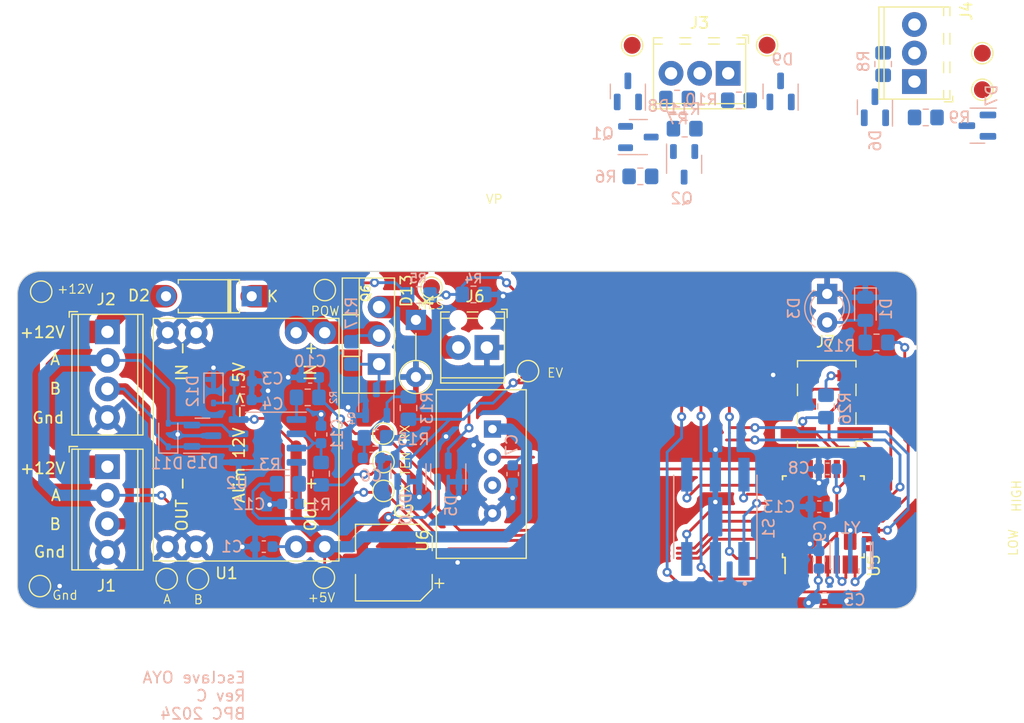
<source format=kicad_pcb>
(kicad_pcb (version 20221018) (generator pcbnew)
  (layers (0 "F.Cu" signal) (31 "B.Cu" signal) (34 "B.Paste" user) (35 "F.Paste" user) (36 "B.SilkS" user "B.Silkscreen") (37 "F.SilkS" user "F.Silkscreen") (38 "B.Mask" user) (39 "F.Mask" user) (44 "Edge.Cuts" user))
  (net 0 "")
  (net 1 "+5V")
  (net 2 "GND")
  (net 3 "A4")
  (net 4 "Net-(Q4-B)")
  (net 5 "RX")
  (net 6 "POWER_12V")
  (net 7 "Net-(D2-A)")
  (net 8 "TX_EN")
  (net 9 "TX")
  (net 10 "POW_MES")
  (net 11 "LVL_HIGH")
  (net 12 "LVL_LOW")
  (net 13 "FLOW")
  (net 14 "Net-(D9-K-Pad3)")
  (net 15 "CMD_EV1")
  (net 16 "Net-(D13-K)")
  (net 17 "BUS_A")
  (net 18 "BUS_B")
  (net 19 "VCC_PROTECTED")
  (net 20 "Net-(J3-Pin_2)")
  (net 21 "Net-(J4-Pin_1)")
  (net 22 "Net-(J4-Pin_2)")
  (net 23 "MISO")
  (net 24 "SCK")
  (net 25 "MOSI")
  (net 26 "RESET")
  (net 27 "Net-(Q1-B)")
  (net 28 "Net-(Q1-E)")
  (net 29 "Net-(Q4-C)")
  (net 30 "Net-(U2-DE)")
  (net 31 "Net-(U2-RO)")
  (net 32 "Net-(U2-DI)")
  (net 33 "A1")
  (net 34 "A2")
  (net 35 "A3")
  (net 36 "TEMP")
  (net 41 "Net-(D1-A)")
  (net 44 "Net-(U5-XTAL2{slash}PB7)")
  (net 45 "Net-(U5-XTAL1{slash}PB6)")
  (net 46 "Net-(U5-AREF)")
  (net 47 "Net-(U5-PB0)")
  (footprint "Package_QFP:TQFP-32_7x7mm_P0.8mm" (layer "F.Cu") (at 121.66 61.83 90)
    (fp_text reference "U5")
    (fp_text value "ATmega328P-A")
  )
  (footprint "Diode_THT:D_A-405_P7.62mm_Horizontal" (layer "F.Cu") (at 70.83 42.21 180)
    (fp_text reference "D2")
    (fp_text value "SR560")
  )
  (footprint "Package_TO_SOT_THT:TO-220-3_Vertical" (layer "F.Cu") (at 82.155 48.25 90)
    (fp_text reference "Q6")
    (fp_text value "BPC_IPP034N03L")
  )
  (footprint "TestPoint:TestPoint_Pad_D1.5mm" (layer "F.Cu") (at 82.54 54.43 -90)
    (fp_text reference "TP1" hide)
    (fp_text value "TestPoint")
  )
  (footprint "TerminalBlock_Phoenix:TerminalBlock_Phoenix_MPT-0,5-4-2.54_1x04_P2.54mm_Horizontal" (layer "F.Cu") (at 58 57.38 -90)
    (fp_text reference "J1")
    (fp_text value "BUS_IN")
  )
  (footprint "TestPoint:TestPoint_Pad_D1.5mm" (layer "F.Cu") (at 63.27 67.37)
    (fp_text reference "TP3" hide)
    (fp_text value "TestPoint")
  )
  (footprint "TerminalBlock_Phoenix:TerminalBlock_Phoenix_MPT-0,5-4-2.54_1x04_P2.54mm_Horizontal" (layer "F.Cu") (at 58 45.38 -90)
    (fp_text reference "J2")
    (fp_text value "BUS_OUT")
  )
  (footprint "Capacitor_SMD:CP_Elec_6.3x5.2" (layer "F.Cu") (at 83.47 65.91 180)
    (fp_text reference "C2")
    (fp_text value "10µF")
  )
  (footprint "TerminalBlock_Phoenix:TerminalBlock_Phoenix_MPT-0,5-3-2.54_1x03_P2.54mm_Horizontal" (layer "F.Cu") (at 129.76 23.11 90)
    (fp_text reference "J4")
    (fp_text value "Niveaux")
  )
  (footprint "TerminalBlock_Phoenix:TerminalBlock_Phoenix_MPT-0,5-3-2.54_1x03_P2.54mm_Horizontal" (layer "F.Cu") (at 113.2 22.37 180)
    (fp_text reference "J3")
    (fp_text value "Débit")
  )
  (footprint "TestPoint:TestPoint_Pad_D1.5mm" (layer "F.Cu") (at 95.4 48.87 90)
    (fp_text reference "TP15" hide)
    (fp_text value "TestPoint")
  )
  (footprint "TestPoint:TestPoint_Pad_D1.5mm" (layer "F.Cu") (at 135.8 20.58 90)
    (fp_text reference "TP12" hide)
    (fp_text value "TestPoint")
  )
  (footprint "TestPoint:TestPoint_Pad_D1.5mm" (layer "F.Cu") (at 82.55 59.53 -90)
    (fp_text reference "TP7" hide)
    (fp_text value "TestPoint")
  )
  (footprint "TestPoint:TestPoint_Pad_D1.5mm" (layer "F.Cu") (at 77.33 41.66 180)
    (fp_text reference "TP5" hide)
    (fp_text value "TestPoint")
  )
  (footprint "TestPoint:TestPoint_Pad_D1.5mm" (layer "F.Cu") (at 66.05 67.37)
    (fp_text reference "TP6" hide)
    (fp_text value "TestPoint")
  )
  (footprint "TestPoint:TestPoint_Pad_D1.5mm" (layer "F.Cu") (at 82.55 56.97 -90)
    (fp_text reference "TP4" hide)
    (fp_text value "TestPoint")
  )
  (footprint "TestPoint:TestPoint_Pad_D1.5mm" (layer "F.Cu") (at 52 68)
    (fp_text reference "TP10" hide)
    (fp_text value "TestPoint")
  )
  (footprint "TestPoint:TestPoint_Pad_D1.5mm" (layer "F.Cu") (at 77.25 67.25 180)
    (fp_text reference "TP8" hide)
    (fp_text value "TestPoint")
  )
  (footprint "TestPoint:TestPoint_Pad_D1.5mm" (layer "F.Cu") (at 104.66 19.88)
    (fp_text reference "TP11" hide)
    (fp_text value "TestPoint")
  )
  (footprint "TestPoint:TestPoint_Pad_D1.5mm" (layer "F.Cu") (at 52.11 41.8)
    (fp_text reference "TP2" hide)
    (fp_text value "TestPoint")
  )
  (footprint "TestPoint:TestPoint_Pad_D1.5mm" (layer "F.Cu") (at 116.66 19.87)
    (fp_text reference "TP14" hide)
    (fp_text value "TestPoint")
  )
  (footprint "bpc:BPC_ISCP_CMS" (layer "F.Cu") (at 121.965 51.81 180)
    (fp_text reference "J7")
    (fp_text value "ISCP")
  )
  (footprint "TerminalBlock_Phoenix:TerminalBlock_Phoenix_MPT-0,5-2-2.54_1x02_P2.54mm_Horizontal" (layer "F.Cu") (at 91.74 46.77 180)
    (fp_text reference "J6")
    (fp_text value "EV1")
  )
  (footprint "TestPoint:TestPoint_Pad_D1.5mm" (layer "F.Cu") (at 86.82 41.44 180)
    (fp_text reference "TP9" hide)
    (fp_text value "TestPoint")
  )
  (footprint "bpc:BPC_Alim5V" (layer "F.Cu") (at 77.32 45.45 -90)
    (fp_text reference "U1")
    (fp_text value "BPC_Alim5V" hide)
  )
  (footprint "Diode_THT:D_A-405_P5.08mm_Vertical_KathodeUp" (layer "F.Cu") (at 85.43 44.315 -90)
    (fp_text reference "D13")
    (fp_text value "D")
  )
  (footprint "bpc:BPC_DHT22" (layer "F.Cu") (at 92.24 54.03)
    (fp_text reference "U6")
    (fp_text value "BPC_DHT22")
  )
  (footprint "TestPoint:TestPoint_Pad_D1.5mm" (layer "F.Cu") (at 135.8 23.83 90)
    (fp_text reference "TP13" hide)
    (fp_text value "TestPoint")
  )
  (footprint "Diode_SMD:D_SOD-323" (layer "B.Cu") (at 63.41 54.5575 90)
    (fp_text reference "D11")
    (fp_text value "SD12_SOD323")
  )
  (footprint "Resistor_SMD:R_0805_2012Metric_Pad1.20x1.40mm_HandSolder" (layer "B.Cu") (at 85.7 42.1 180)
    (fp_text reference "R5")
    (fp_text value "100k")
  )
  (footprint "Package_TO_SOT_SMD:SOT-23" (layer "B.Cu") (at 104.28 23.9825 90)
    (fp_text reference "D8")
    (fp_text value "BAV99")
  )
  (footprint "bpc:BPC_RDS-16S-74385-SMT" (layer "B.Cu") (at 112.06 61.835 90)
    (fp_text reference "S1")
    (fp_text value "RDS-16S-74385-SMT")
  )
  (footprint "bpc:BPC_SOT-23-3" (layer "B.Cu") (at 105.2125 28.043572)
    (fp_text reference "Q1")
    (fp_text value "BPC_FMMT38C")
  )
  (footprint "Resistor_SMD:R_0805_2012Metric_Pad1.20x1.40mm_HandSolder" (layer "B.Cu") (at 108.66 24.62 180)
    (fp_text reference "R7")
    (fp_text value "100")
  )
  (footprint "Resistor_SMD:R_0805_2012Metric_Pad1.20x1.40mm_HandSolder" (layer "B.Cu") (at 84.77 52.16 90)
    (fp_text reference "R13")
    (fp_text value "220")
  )
  (footprint "Resistor_SMD:R_0805_2012Metric_Pad1.20x1.40mm_HandSolder" (layer "B.Cu") (at 114.16 24.78 180)
    (fp_text reference "R10")
    (fp_text value "100")
  )
  (footprint "Package_TO_SOT_SMD:SOT-23" (layer "B.Cu") (at 135.3625 27.03 180)
    (fp_text reference "D7")
    (fp_text value "BAV99")
  )
  (footprint "Package_TO_SOT_SMD:SOT-23" (layer "B.Cu") (at 88.31 57.7825 90)
    (fp_text reference "D5")
    (fp_text value "BAV99")
  )
  (footprint "Capacitor_SMD:C_0603_1608Metric" (layer "B.Cu") (at 81.485 56.6)
    (fp_text reference "C6")
    (fp_text value "100nF")
  )
  (footprint "Capacitor_SMD:C_0603_1608Metric" (layer "B.Cu") (at 94.04 58.035 -90)
    (fp_text reference "C7")
    (fp_text value "1nF")
  )
  (footprint "bpc:BPC_SOT-23-3" (layer "B.Cu") (at 81.91 51.6725 90)
    (fp_text reference "Q4")
    (fp_text value "BPC_FMMT38C")
  )
  (footprint "Package_TO_SOT_SMD:SOT-23" (layer "B.Cu") (at 66.4475 54.62)
    (fp_text reference "D15")
    (fp_text value "SM712_SOT23")
  )
  (footprint "Package_TO_SOT_SMD:SOT-23" (layer "B.Cu") (at 84.77 57.7675 90)
    (fp_text reference "D10")
    (fp_text value "BAV99")
  )
  (footprint "LED_SMD:LED_0805_2012Metric_Pad1.15x1.40mm_HandSolder" (layer "B.Cu") (at 125.4 43.3325 -90)
    (fp_text reference "D1")
    (fp_text value "LED")
  )
  (footprint "Package_TO_SOT_SMD:SOT-23" (layer "B.Cu") (at 126.25 25.3925 90)
    (fp_text reference "D6")
    (fp_text value "BAV99")
  )
  (footprint "Resistor_SMD:R_0805_2012Metric_Pad1.20x1.40mm_HandSolder" (layer "B.Cu") (at 75.81 51.21 180)
    (fp_text reference "R2")
    (fp_text value "100")
  )
  (footprint "Resistor_SMD:R_0805_2012Metric_Pad1.20x1.40mm_HandSolder" (layer "B.Cu") (at 74.05 58.9)
    (fp_text reference "R3")
    (fp_text value "100")
  )
  (footprint "LED_THT:LED_D3.0mm_FlatTop" (layer "B.Cu") (at 122 42 -90)
    (fp_text reference "D3")
    (fp_text value "LED")
  )
  (footprint "Package_TO_SOT_SMD:SOT-23" (layer "B.Cu") (at 117.86 23.9825 90)
    (fp_text reference "D9")
    (fp_text value "BAV99")
  )
  (footprint "Capacitor_SMD:C_0603_1608Metric" (layer "B.Cu") (at 76.03 49.43 180)
    (fp_text reference "C10")
    (fp_text value "1nF")
  )
  (footprint "Capacitor_SMD:C_0603_1608Metric" (layer "B.Cu") (at 122.035 57.57)
    (fp_text reference "C8")
    (fp_text value "1nF")
  )
  (footprint "Capacitor_SMD:C_0603_1608Metric" (layer "B.Cu") (at 121.275 65.665 -90)
    (fp_text reference "C9")
    (fp_text value "100nF")
  )
  (footprint "Resistor_SMD:R_0805_2012Metric_Pad1.20x1.40mm_HandSolder" (layer "B.Cu") (at 81.84 54.81)
    (fp_text reference "R15")
    (fp_text value "100k")
  )
  (footprint "Capacitor_SMD:C_0603_1608Metric" (layer "B.Cu") (at 77 54.51 90)
    (fp_text reference "C11")
    (fp_text value "1nF")
  )
  (footprint "Capacitor_SMD:C_0603_1608Metric" (layer "B.Cu") (at 74.31 60.69 180)
    (fp_text reference "C12")
    (fp_text value "1nF")
  )
  (footprint "Capacitor_SMD:C_0603_1608Metric" (layer "B.Cu") (at 70.05 51.43)
    (fp_text reference "C4")
    (fp_text value "1nF")
  )
  (footprint "Capacitor_SMD:C_0603_1608Metric" (layer "B.Cu") (at 70.07 49.76)
    (fp_text reference "C3")
    (fp_text value "100nF")
  )
  (footprint "Resistor_SMD:R_0805_2012Metric_Pad1.20x1.40mm_HandSolder" (layer "B.Cu") (at 90.55 42.05 180)
    (fp_text reference "R4")
    (fp_text value "40k")
  )
  (footprint "bpc:BPC_SOT-23-3" (layer "B.Cu") (at 109.28 30.471072 -90)
    (fp_text reference "Q2")
    (fp_text value "BPC_FMMT38C")
  )
  (footprint "Resistor_SMD:R_0805_2012Metric_Pad1.20x1.40mm_HandSolder" (layer "B.Cu") (at 79.73 47.26 -90)
    (fp_text reference "R17")
    (fp_text value "100k")
  )
  (footprint "Resistor_SMD:R_0805_2012Metric_Pad1.20x1.40mm_HandSolder" (layer "B.Cu") (at 77 58 90)
    (fp_text reference "R1")
    (fp_text value "100")
  )
  (footprint "Resistor_SMD:R_0805_2012Metric_Pad1.20x1.40mm_HandSolder" (layer "B.Cu") (at 109.33 27.295)
    (fp_text reference "R11")
    (fp_text value "0.1")
  )
  (footprint "Resistor_SMD:R_0805_2012Metric_Pad1.20x1.40mm_HandSolder" (layer "B.Cu") (at 126.39 46.32 180)
    (fp_text reference "R12")
    (fp_text value "220")
  )
  (footprint "Resistor_SMD:R_0805_2012Metric_Pad1.20x1.40mm_HandSolder" (layer "B.Cu") (at 105.39 31.543572 180)
    (fp_text reference "R6")
    (fp_text value "100k")
  )
  (footprint "Diode_SMD:D_SOD-323" (layer "B.Cu") (at 67.43 50.66 -90)
    (fp_text reference "D12")
    (fp_text value "SD12_SOD323")
  )
  (footprint "Resistor_SMD:R_0805_2012Metric_Pad1.20x1.40mm_HandSolder" (layer "B.Cu") (at 130.77 26.3)
    (fp_text reference "R9")
    (fp_text value "100")
  )
  (footprint "Capacitor_SMD:C_0603_1608Metric" (layer "B.Cu") (at 121.77 69.115 180)
    (fp_text reference "C5")
    (fp_text value "100nF")
  )
  (footprint "Resistor_SMD:R_0805_2012Metric_Pad1.20x1.40mm_HandSolder" (layer "B.Cu") (at 126.98 21.55 -90)
    (fp_text reference "R8")
    (fp_text value "100")
  )
  (footprint "Resistor_SMD:R_0805_2012Metric_Pad1.20x1.40mm_HandSolder" (layer "B.Cu") (at 121.9 52.015 -90)
    (fp_text reference "R26")
    (fp_text value "1k")
  )
  (footprint "Crystal:Resonator_SMD_Murata_CSTxExxV-3Pin_3.0x1.1mm_HandSoldering" (layer "B.Cu") (at 124.06 65.28 180)
    (fp_text reference "Y1")
    (fp_text value "Resonator")
  )
  (footprint "Capacitor_SMD:C_0603_1608Metric" (layer "B.Cu") (at 121.295 60.935)
    (fp_text reference "C13")
    (fp_text value "100nF")
  )
  (footprint "Package_SO:SO-8_3.9x4.9mm_P1.27mm" (layer "B.Cu") (at 72.235 55.085 180)
    (fp_text reference "U2")
    (fp_text value "MAX485E")
  )
  (footprint "Capacitor_SMD:C_0603_1608Metric" (layer "B.Cu") (at 71.905 64.49 180)
    (fp_text reference "C1")
    (fp_text value "1nF")
  )
  (gr_line locked (start 130 68) (end 130 42) (stroke (width 0.1)) (layer "Edge.Cuts"))
  (gr_arc locked (start 130 68) (mid 129.414214 69.414214) (end 128 70) (stroke (width 0.1)) (layer "Edge.Cuts"))
  (gr_arc locked (start 52 70) (mid 50.585786 69.414214) (end 50 68) (stroke (width 0.1)) (layer "Edge.Cuts"))
  (gr_arc locked (start 50 42) (mid 50.585786 40.585786) (end 52 40) (stroke (width 0.1)) (layer "Edge.Cuts"))
  (gr_line locked (start 128 40) (end 52 40) (stroke (width 0.1)) (layer "Edge.Cuts"))
  (gr_line locked (start 52 70) (end 128 70) (stroke (width 0.1)) (layer "Edge.Cuts"))
  (gr_line locked (start 50 42) (end 50 68) (stroke (width 0.1)) (layer "Edge.Cuts"))
  (gr_arc locked (start 128 40) (mid 129.414214 40.585786) (end 130 42) (stroke (width 0.1)) (layer "Edge.Cuts"))
  (gr_text "Esclave OYA\nRev C\nBPC 2024" (at 70.37 79.95) (layer "B.SilkS") (effects (font (size 1 1)) (justify left bottom mirror)))
  (gr_text "Gnd" (at 51.36 65.54) (layer "F.SilkS") (effects (font (size 1 1)) (justify left bottom)))
  (gr_text "TX" (at 84.95 60.38 90) (layer "F.SilkS") (effects (font (size 0.8 0.8) (thickness 0.1)) (justify left bottom)))
  (gr_text "B" (at 52.76 63.08) (layer "F.SilkS") (effects (font (size 1 1)) (justify left bottom)))
  (gr_text "Gnd" (at 51.24 53.61) (layer "F.SilkS") (effects (font (size 1 1)) (justify left bottom)))
  (gr_text "POW" (at 76.02 44) (layer "F.SilkS") (effects (font (size 0.8 0.8) (thickness 0.1)) (justify left bottom)))
  (gr_text "HIGH" (at 139.32 61.48 90) (layer "F.SilkS") (effects (font (size 0.8 0.8) (thickness 0.1) bold) (justify left bottom)))
  (gr_text "+12V" (at 50.14 58.11) (layer "F.SilkS") (effects (font (size 1 1)) (justify left bottom)))
  (gr_text "LOW" (at 139.02 65.39 90) (layer "F.SilkS") (effects (font (size 0.8 0.8) (thickness 0.1) bold) (justify left bottom)))
  (gr_text "TEN" (at 84.97 58.27 90) (layer "F.SilkS") (effects (font (size 0.8 0.8) (thickness 0.1)) (justify left bottom)))
  (gr_text "Gnd" (at 53.04 69.28) (layer "F.SilkS") (effects (font (size 0.8 0.8) (thickness 0.1) bold) (justify left bottom)))
  (gr_text "A" (at 62.9 69.64) (layer "F.SilkS") (effects (font (size 0.8 0.8) (thickness 0.1) bold) (justify left bottom)))
  (gr_text "A" (at 52.89 60.51) (layer "F.SilkS") (effects (font (size 1 1)) (justify left bottom)))
  (gr_text "VP" (at 91.59 34.04) (layer "F.SilkS") (effects (font (size 0.8 0.8) (thickness 0.1) bold) (justify left bottom)))
  (gr_text "+12V" (at 50.12 46) (layer "F.SilkS") (effects (font (size 1 1)) (justify left bottom)))
  (gr_text "MES" (at 85.48 43.43) (layer "F.SilkS") (effects (font (size 0.8 0.8) (thickness 0.1)) (justify left bottom)))
  (gr_text "B" (at 52.77 51.02) (layer "F.SilkS") (effects (font (size 1 1)) (justify left bottom)))
  (gr_text "+5V" (at 75.75 69.5) (layer "F.SilkS") (effects (font (size 0.8 0.8) (thickness 0.1)) (justify left bottom)))
  (gr_text "+12V" (at 53.47 42.04) (layer "F.SilkS") (effects (font (size 0.8 0.8) (thickness 0.1) bold) (justify left bottom)))
  (gr_text "EV" (at 97.05 49.5) (layer "F.SilkS") (effects (font (size 0.8 0.8) (thickness 0.1)) (justify left bottom)))
  (gr_text "B" (at 65.62 69.67) (layer "F.SilkS") (effects (font (size 0.8 0.8) (thickness 0.1)) (justify left bottom)))
  (gr_text "A" (at 52.82 48.41) (layer "F.SilkS") (effects (font (size 1 1)) (justify left bottom)))
  (gr_text "RX" (at 84.93 55.27 90) (layer "F.SilkS") (effects (font (size 0.8 0.8) (thickness 0.1)) (justify left bottom)))
  (segment (start 123.28 56.13) (end 122.74 56.13) (width 0.25) (layer "F.Cu") (net 1))
  (segment (start 80.67 65.91) (end 78.73 65.91) (width 1) (layer "F.Cu") (net 1))
  (segment (start 80.67 64.21) (end 82.99 61.89) (width 1) (layer "F.Cu") (net 1))
  (segment (start 121.215 66.125) (end 121.26 66.08) (width 0.25) (layer "F.Cu") (net 1))
  (segment (start 119.83 53.96) (end 119.44 54.35) (width 0.25) (layer "F.Cu") (net 1))
  (segment (start 72.29 53.08) (end 71.15 53.08) (width 0.25) (layer "F.Cu") (net 1))
  (segment (start 122.86 63.42) (end 122.86 66.08) (width 0.25) (layer "F.Cu") (net 1))
  (segment (start 121.26 66.08) (end 121.26 65.03) (width 0.25) (layer "F.Cu") (net 1))
  (segment (start 74.78 61.96) (end 77.32 64.5) (width 1) (layer "F.Cu") (net 1))
  (segment (start 120.34 69.14) (end 109.28 69.14) (width 0.25) (layer "F.Cu") (net 1))
  (segment (start 123.66 58.63) (end 122.86 59.43) (width 0.25) (layer "F.Cu") (net 1))
  (segment (start 77.32 64.5) (end 77.32 67.18) (width 0.25) (layer "F.Cu") (net 1))
  (segment (start 122.86 63.43) (end 122.86 63.42) (width 0.25) (layer "F.Cu") (net 1))
  (segment (start 74.78 55.54) (end 74.78 61.96) (width 1) (layer "F.Cu") (net 1))
  (segment (start 80.67 66.64) (end 80.67 65.91) (width 1) (layer "F.Cu") (net 1))
  (segment (start 83.53 69.5) (end 80.67 66.64) (width 1) (layer "F.Cu") (net 1))
  (segment (start 122.86 59.43) (end 122.86 63.42) (width 0.25) (layer "F.Cu") (net 1))
  (segment (start 120.35 69.5) (end 83.53 69.5) (width 1) (layer "F.Cu") (net 1))
  (segment (start 74.78 64.5) (end 77.32 64.5) (width 1) (layer "F.Cu") (net 1))
  (segment (start 77.32 67.18) (end 77.25 67.25) (width 0.25) (layer "F.Cu") (net 1))
  (segment (start 71.15 53.08) (end 71.06 53.17) (width 0.25) (layer "F.Cu") (net 1))
  (segment (start 123.66 57.58) (end 123.66 56.51) (width 0.25) (layer "F.Cu") (net 1))
  (segment (start 120.96 54.35) (end 119.44 54.35) (width 0.25) (layer "F.Cu") (net 1))
  (segment (start 121.26 65.03) (end 122.86 63.43) (width 0.25) (layer "F.Cu") (net 1))
  (segment (start 123.66 57.58) (end 123.66 58.63) (width 0.25) (layer "F.Cu") (net 1))
  (segment (start 74.78 55.54) (end 74.75 55.54) (width 0.25) (layer "F.Cu") (net 1))
  (segment (start 121.215 67.49) (end 121.215 66.125) (width 0.25) (layer "F.Cu") (net 1))
  (segment (start 78.73 65.91) (end 77.32 64.5) (width 1) (layer "F.Cu") (net 1))
  (segment (start 123.66 56.51) (end 123.28 56.13) (width 0.25) (layer "F.Cu") (net 1))
  (segment (start 119.83 53.34) (end 119.83 53.96) (width 0.25) (layer "F.Cu") (net 1))
  (segment (start 122.74 56.13) (end 120.96 54.35) (width 0.25) (layer "F.Cu") (net 1))
  (segment (start 80.67 65.91) (end 80.67 64.21) (width 1) (layer "F.Cu") (net 1))
  (segment (start 74.75 55.54) (end 72.29 53.08) (width 0.25) (layer "F.Cu") (net 1))
  (via (at 71.06 53.17) (size 0.8) (drill 0.4) (layers "F.Cu" "B.Cu") (net 1))
  (via (at 82.99 61.89) (size 0.8) (drill 0.4) (layers "F.Cu" "B.Cu") (net 1))
  (via (at 122.86 59.43) (size 0.8) (drill 0.4) (layers "F.Cu" "B.Cu") (net 1))
  (via (at 120.35 69.5) (size 1) (drill 0.4) (layers "F.Cu" "B.Cu") (net 1))
  (via (at 119.83 53.34) (size 0.8) (drill 0.4) (layers "F.Cu" "B.Cu") (net 1))
  (via (at 121.215 67.49) (size 0.8) (drill 0.4) (layers "F.Cu" "B.Cu") (net 1))
  (segment (start 72.68 64.49) (end 74.77 64.49) (width 0.25) (layer "B.Cu") (net 1))
  (segment (start 69.275 49.78) (end 69.295 49.76) (width 0.25) (layer "B.Cu") (net 1))
  (segment (start 69.66 53.16) (end 69.25 52.75) (width 0.25) (layer "B.Cu") (net 1))
  (segment (start 121.275 67.43) (end 121.215 67.49) (width 0.25) (layer "B.Cu") (net 1))
  (segment (start 82.99 61.89) (end 86.21 61.89) (width 0.25) (layer "B.Cu") (net 1))
  (segment (start 120.995 68.505) (end 121.215 68.285) (width 0.25) (layer "B.Cu") (net 1))
  (segment (start 121.215 68.285) (end 121.215 67.49) (width 0.25) (layer "B.Cu") (net 1))
  (segment (start 122.81 59.38) (end 122.86 59.43) (width 0.25) (layer "B.Cu") (net 1))
  (segment (start 120.995 69.115) (end 120.995 68.505) (width 0.25) (layer "B.Cu") (net 1))
  (segment (start 121.22 67.495) (end 121.215 67.49) (width 0.25) (layer "B.Cu") (net 1))
  (segment (start 120.155 53.015) (end 119.83 53.34) (width 0.25) (layer "B.Cu") (net 1))
  (segment (start 67.43 51.71) (end 68.995 51.71) (width 0.25) (layer "B.Cu") (net 1))
  (segment (start 69.66 53.18) (end 69.66 53.16) (width 0.25) (layer "B.Cu") (net 1))
  (segment (start 93.41 63.62) (end 80.62 63.62) (width 1) (layer "B.Cu") (net 1))
  (segment (start 86.21 61.89) (end 87.36 60.74) (width 0.25) (layer "B.Cu") (net 1))
  (segment (start 80.62 63.62) (end 79.74 64.5) (width 1) (layer "B.Cu") (net 1))
  (segment (start 92.24 54.03) (end 93.79 54.03) (width 1) (layer "B.Cu") (net 1))
  (segment (start 95.27 55.51) (end 95.27 61.76) (width 1) (layer "B.Cu") (net 1))
  (segment (start 122.81 57.57) (end 122.81 59.38) (width 0.25) (layer "B.Cu") (net 1))
  (segment (start 83.82 61.06) (end 82.99 61.89) (width 0.25) (layer "B.Cu") (net 1))
  (segment (start 74.77 64.49) (end 74.78 64.5) (width 0.25) (layer "B.Cu") (net 1))
  (segment (start 120.995 69.115) (end 120.735 69.115) (width 1) (layer "B.Cu") (net 1))
  (segment (start 69.25 52.75) (end 69.25 51.455) (width 0.25) (layer "B.Cu") (net 1))
  (segment (start 69.25 51.455) (end 69.275 51.43) (width 0.25) (layer "B.Cu") (net 1))
  (segment (start 71.06 53.17) (end 69.67 53.17) (width 0.25) (layer "B.Cu") (net 1))
  (segment (start 79.74 64.5) (end 77.32 64.5) (width 1) (layer "B.Cu") (net 1))
  (segment (start 94.04 57.26) (end 95.27 56.03) (width 0.25) (layer "B.Cu") (net 1))
  (segment (start 69.275 51.43) (end 69.275 49.78) (width 0.25) (layer "B.Cu") (net 1))
  (segment (start 68.995 51.71) (end 69.275 51.43) (width 0.25) (layer "B.Cu") (net 1))
  (segment (start 69.67 53.17) (end 69.66 53.18) (width 0.25) (layer "B.Cu") (net 1))
  (segment (start 120.735 69.115) (end 120.35 69.5) (width 1) (layer "B.Cu") (net 1))
  (segment (start 83.82 58.705) (end 83.82 61.06) (width 0.25) (layer "B.Cu") (net 1))
  (segment (start 121.9 53.015) (end 120.155 53.015) (width 0.25) (layer "B.Cu") (net 1))
  (segment (start 93.79 54.03) (end 95.27 55.51) (width 1) (layer "B.Cu") (net 1))
  (segment (start 95.27 61.76) (end 93.41 63.62) (width 1) (layer "B.Cu") (net 1))
  (segment (start 87.36 60.74) (end 87.36 58.72) (width 0.25) (layer "B.Cu") (net 1))
  (segment (start 121.275 66.44) (end 121.275 67.43) (width 0.25) (layer "B.Cu") (net 1))
  (segment (start 95.27 56.03) (end 95.27 55.51) (width 0.25) (layer "B.Cu") (net 1))
  (segment (start 52 68) (end 53.75 68) (width 0.25) (layer "F.Cu") (net 2))
  (segment (start 122.06 66.08) (end 122.06 67.367204) (width 0.25) (layer "F.Cu") (net 2))
  (segment (start 120.46 64.255) (end 120.465 64.25) (width 0.25) (layer "F.Cu") (net 2))
  (segment (start 119.44 49.27) (end 117.26 49.27) (width 0.25) (layer "F.Cu") (net 2))
  (segment (start 121.275 57.595) (end 121.26 57.58) (width 0.25) (layer "F.Cu") (net 2))
  (segment (start 89.13 65.91) (end 89.14 65.9) (width 1) (layer "F.Cu") (net 2))
  (segment (start 117.26 49.27) (end 117.2 49.21) (width 0.25) (layer "F.Cu") (net 2))
  (segment (start 120.46 66.08) (end 120.46 64.255) (width 0.25) (layer "F.Cu") (net 2))
  (segment (start 86.27 65.91) (end 89.13 65.91) (width 1) (layer "F.Cu") (net 2))
  (segment (start 121.275 58.83) (end 121.275 57.595) (width 0.25) (layer "F.Cu") (net 2))
  (segment (start 122.06 67.367204) (end 122.214015 67.521219) (width 0.25) (layer "F.Cu") (net 2))
  (via (at 77 52.72) (size 0.8) (drill 0.4) (layers "F.Cu" "B.Cu") (net 2))
  (via (at 72.28 50.62) (size 0.8) (drill 0.4) (layers "F.Cu" "B.Cu") (net 2))
  (via (at 72.42 60.76) (size 0.8) (drill 0.4) (layers "F.Cu" "B.Cu") (net 2))
  (via (at 53.75 68) (size 0.8) (drill 0.4) (layers "F.Cu" "B.Cu") (net 2))
  (via (at 122.214015 67.521219) (size 0.8) (drill 0.4) (layers "F.Cu" "B.Cu") (net 2))
  (via (at 89.25 60.17) (size 0.8) (drill 0.4) (layers "F.Cu" "B.Cu") (net 2))
  (via (at 67.43 48.57) (size 0.8) (drill 0.4) (layers "F.Cu" "B.Cu") (net 2))
  (via (at 88.11 54.69) (size 0.8) (drill 0.4) (layers "F.Cu" "B.Cu") (net 2))
  (via (at 79.4 52.09) (size 0.8) (drill 0.4) (layers "F.Cu" "B.Cu") (net 2))
  (via (at 94.03 60.16) (size 0.8) (drill 0.4) (layers "F.Cu" "B.Cu") (net 2))
  (via (at 112.07 55.86) (size 0.8) (drill 0.4) (layers "F.Cu" "B.Cu") (net 2))
  (via (at 124.055 63.04) (size 0.8) (drill 0.4) (layers "F.Cu" "B.Cu") (net 2))
  (via (at 93.18 42.2) (size 0.8) (drill 0.4) (layers "F.Cu" "B.Cu") (net 2))
  (via (at 120.465 64.25) (size 0.8) (drill 0.4) (layers "F.Cu" "B.Cu") (net 2))
  (via (at 117.2 49.21) (size 0.8) (drill 0.4) (layers "F.Cu" "B.Cu") (net 2))
  (via (at 123.72 69.32) (size 1) (drill 0.4) (layers "F.Cu" "B.Cu") (net 2))
  (via (at 90.58 55.47) (size 0.8) (drill 0.4) (layers "F.Cu" "B.Cu") (net 2))
  (via (at 112.06 60.52) (size 0.8) (drill 0.4) (layers "F.Cu" "B.Cu") (net 2))
  (via (at 89.14 65.9) (size 1.5) (drill 0.4) (layers "F.Cu" "B.Cu") (net 2))
  (via (at 85.73 60.08) (size 0.8) (drill 0.4) (layers "F.Cu" "B.Cu") (net 2))
  (via (at 74.07 49.43) (size 0.8) (drill 0.4) (layers "F.Cu" "B.Cu") (net 2))
  (via (at 64.25 54.5) (size 0.8) (drill 0.4) (layers "F.Cu" "B.Cu") (net 2))
  (via (at 84.43 55.1) (size 0.8) (drill 0.4) (layers "F.Cu" "B.Cu") (net 2))
  (via (at 121.275 58.83) (size 0.8) (drill 0.4) (layers "F.Cu" "B.Cu") (net 2))
  (via (at 69.99 64.51) (size 0.8) (drill 0.4) (layers "F.Cu" "B.Cu") (net 2))
  (segment (start 93.03 42.05) (end 93.18 42.2) (width 0.25) (layer "B.Cu") (net 2))
  (segment (start 82.26 55.39) (end 82.84 54.81) (width 0.25) (layer "B.Cu") (net 2))
  (segment (start 75.255 49.43) (end 74.07 49.43) (width 0.25) (layer "B.Cu") (net 2))
  (segment (start 85.72 58.705) (end 85.72 60.07) (width 0.25) (layer "B.Cu") (net 2))
  (segment (start 89.26 58.72) (end 89.26 60.16) (width 0.25) (layer "B.Cu") (net 2))
  (segment (start 70.825 51.43) (end 71.47 51.43) (width 0.25) (layer "B.Cu") (net 2))
  (segment (start 94.04 60.15) (end 94.03 60.16) (width 0.25) (layer "B.Cu") (net 2))
  (segment (start 80.96 52.81) (end 80.12 52.81) (width 0.25) (layer "B.Cu") (net 2))
  (segment (start 112.06 58.085) (end 112.06 55.87) (width 0.25) (layer "B.Cu") (net 2))
  (segment (start 124.06 63.045) (end 124.055 63.04) (width 0.25) (layer "B.Cu") (net 2))
  (segment (start 67.43 49.61) (end 67.43 48.57) (width 0.25) (layer "B.Cu") (net 2))
  (segment (start 124.06 65.28) (end 124.06 63.045) (width 0.25) (layer "B.Cu") (net 2))
  (segment (start 70.01 64.49) (end 69.99 64.51) (width 0.25) (layer "B.Cu") (net 2))
  (segment (start 112.06 60.52) (end 112.06 58.085) (width 0.25) (layer "B.Cu") (net 2))
  (segment (start 70.845 49.76) (end 71.42 49.76) (width 0.25) (layer "B.Cu") (net 2))
  (segment (start 123.515 69.115) (end 123.72 69.32) (width 1) (layer "B.Cu") (net 2))
  (segment (start 80.12 52.81) (end 79.4 52.09) (width 0.25) (layer "B.Cu") (net 2))
  (segment (start 84.14 54.81) (end 84.43 55.1) (width 0.25) (layer "B.Cu") (net 2))
  (segment (start 82.84 54.81) (end 84.14 54.81) (width 0.25) (layer "B.Cu") (net 2))
  (segment (start 71.42 49.76) (end 72.28 50.62) (width 0.25) (layer "B.Cu") (net 2))
  (segment (start 121.26 57.57) (end 121.26 58.815) (width 0.25) (layer "B.Cu") (net 2))
  (segment (start 71.13 64.49) (end 70.01 64.49) (width 0.25) (layer "B.Cu") (net 2))
  (segment (start 82.26 56.6) (end 82.26 55.39) (width 0.25) (layer "B.Cu") (net 2))
  (segment (start 121.26 58.815) (end 121.275 58.83) (width 0.25) (layer "B.Cu") (net 2))
  (segment (start 73.535 60.69) (end 72.49 60.69) (width 0.25) (layer "B.Cu") (net 2))
  (segment (start 72.49 60.69) (end 72.42 60.76) (width 0.25) (layer "B.Cu") (net 2))
  (segment (start 77 53.735) (end 77 52.72) (width 0.25) (layer "B.Cu") (net 2))
  (segment (start 112.06 65.585) (end 112.06 60.52) (width 0.25) (layer "B.Cu") (net 2))
  (segment (start 71.47 51.43) (end 72.28 50.62) (width 0.25) (layer "B.Cu") (net 2))
  (segment (start 112.06 55.87) (end 112.07 55.86) (width 0.25) (layer "B.Cu") (net 2))
  (segment (start 67.385 54.62) (end 64.37 54.62) (width 0.25) (layer "B.Cu") (net 2))
  (segment (start 94.04 58.81) (end 94.04 60.15) (width 0.25) (layer "B.Cu") (net 2))
  (segment (start 64.37 54.62) (end 64.25 54.5) (width 0.25) (layer "B.Cu") (net 2))
  (segment (start 85.72 60.07) (end 85.73 60.08) (width 0.25) (layer "B.Cu") (net 2))
  (segment (start 122.545 69.115) (end 123.515 69.115) (width 1) (layer "B.Cu") (net 2))
  (segment (start 91.55 42.05) (end 93.03 42.05) (width 0.25) (layer "B.Cu") (net 2))
  (segment (start 89.26 60.16) (end 89.25 60.17) (width 0.25) (layer "B.Cu") (net 2))
  (segment (start 114.905 59.83) (end 114.57 60.165) (width 0.25) (layer "F.Cu") (net 3))
  (segment (start 117.41 59.83) (end 114.905 59.83) (width 0.25) (layer "F.Cu") (net 3))
  (via (at 114.57 60.165) (size 0.8) (drill 0.4) (layers "F.Cu" "B.Cu") (net 3))
  (segment (start 114.57 58.115) (end 114.6 58.085) (width 0.25) (layer "B.Cu") (net 3))
  (segment (start 114.57 60.165) (end 114.57 58.115) (width 0.25) (layer "B.Cu") (net 3))
  (segment (start 80.84 54.81) (end 82.84 52.81) (width 0.25) (layer "B.Cu") (net 4))
  (segment (start 84.77 51.16) (end 83.39 51.16) (width 0.25) (layer "B.Cu") (net 4))
  (segment (start 80.84 54.81) (end 80.84 56.47) (width 0.25) (layer "B.Cu") (net 4))
  (segment (start 83.39 51.16) (end 82.86 51.69) (width 0.25) (layer "B.Cu") (net 4))
  (segment (start 80.84 56.47) (end 80.71 56.6) (width 0.25) (layer "B.Cu") (net 4))
  (segment (start 82.84 52.81) (end 82.86 52.81) (width 0.25) (layer "B.Cu") (net 4))
  (segment (start 82.86 51.69) (end 82.86 52.81) (width 0.25) (layer "B.Cu") (net 4))
  (segment (start 87.43 59.32) (end 82.54 54.43) (width 0.25) (layer "F.Cu") (net 5))
  (segment (start 112.421396 63.03) (end 110.376396 65.075) (width 0.25) (layer "F.Cu") (net 5))
  (segment (start 87.43 61.15) (end 87.43 59.32) (width 0.25) (layer "F.Cu") (net 5))
  (segment (start 110.376396 65.075) (end 108.66 65.075) (width 0.25) (layer "F.Cu") (net 5))
  (segment (start 89.32 63.04) (end 87.43 61.15) (width 0.25) (layer "F.Cu") (net 5))
  (segment (start 95.73 63.04) (end 89.32 63.04) (width 0.25) (layer "F.Cu") (net 5))
  (segment (start 80.03 54.43) (end 82.54 54.43) (width 0.25) (layer "F.Cu") (net 5))
  (segment (start 78.73 53.13) (end 80.03 54.43) (width 0.25) (layer "F.Cu") (net 5))
  (segment (start 117.41 63.03) (end 112.421396 63.03) (width 0.25) (layer "F.Cu") (net 5))
  (via (at 78.73 53.13) (size 0.8) (drill 0.4) (layers "F.Cu" "B.Cu") (net 5))
  (segment (start 76.82 51.21) (end 78.07 52.46) (width 0.25) (layer "B.Cu") (net 5))
  (segment (start 78.07 52.46) (end 78.73 53.12) (width 0.25) (layer "B.Cu") (net 5))
  (segment (start 76.805 49.43) (end 76.805 51.205) (width 0.25) (layer "B.Cu") (net 5))
  (segment (start 76.805 51.205) (end 76.81 51.21) (width 0.25) (layer "B.Cu") (net 5))
  (segment (start 78.73 53.12) (end 78.73 53.13) (width 0.25) (layer "B.Cu") (net 5))
  (segment (start 76.81 51.21) (end 76.82 51.21) (width 0.25) (layer "B.Cu") (net 5))
  (segment (start 79.63 41.66) (end 80.27 41.02) (width 0.25) (layer "F.Cu") (net 6))
  (segment (start 75.47 43.52) (end 75.39 43.52) (width 0.25) (layer "F.Cu") (net 6))
  (segment (start 77.32 45.45) (end 81.895 45.45) (width 2) (layer "F.Cu") (net 6))
  (segment (start 74.78 45.45) (end 74.78 42.91) (width 2) (layer "F.Cu") (net 6))
  (segment (start 74.79 42.92) (end 75.39 43.52) (width 2) (layer "F.Cu") (net 6))
  (segment (start 77.33 41.66) (end 79.63 41.66) (width 0.25) (layer "F.Cu") (net 6))
  (segment (start 81.895 45.45) (end 82.155 45.71) (width 2) (layer "F.Cu") (net 6))
  (segment (start 80.27 41.02) (end 81.73 41.02) (width 0.25) (layer "F.Cu") (net 6))
  (segment (start 81.73 41.02) (end 81.75 41) (width 0.25) (layer "F.Cu") (net 6))
  (segment (start 74.08 42.21) (end 75.39 43.52) (width 2) (layer "F.Cu") (net 6))
  (segment (start 74.78 42.91) (end 74.08 42.21) (width 2) (layer "F.Cu") (net 6))
  (segment (start 77.33 41.66) (end 75.47 43.52) (width 0.25) (layer "F.Cu") (net 6))
  (segment (start 75.39 43.52) (end 77.32 45.45) (width 2) (layer "F.Cu") (net 6))
  (segment (start 70.83 42.21) (end 74.08 42.21) (width 2) (layer "F.Cu") (net 6))
  (via (at 81.75 41) (size 0.8) (drill 0.4) (layers "F.Cu" "B.Cu") (net 6))
  (segment (start 83.6 41) (end 84.7 42.1) (width 0.25) (layer "B.Cu") (net 6))
  (segment (start 81.75 41) (end 83.6 41) (width 0.25) (layer "B.Cu") (net 6))
  (segment (start 80.28 45.71) (end 82.155 45.71) (width 0.25) (layer "B.Cu") (net 6))
  (segment (start 79.73 46.26) (end 80.28 45.71) (width 0.25) (layer "B.Cu") (net 6))
  (segment (start 60.28 42.21) (end 60.25 42.18) (width 2) (layer "F.Cu") (net 7))
  (segment (start 52.58 57.38) (end 51 55.8) (width 2) (layer "F.Cu") (net 7))
  (segment (start 58 45.38) (end 58 44.43) (width 2) (layer "F.Cu") (net 7))
  (segment (start 51 47.58) (end 53.2 45.38) (width 2) (layer "F.Cu") (net 7))
  (segment (start 63.21 42.21) (end 60.28 42.21) (width 2) (layer "F.Cu") (net 7))
  (segment (start 58 44.43) (end 60.25 42.18) (width 2) (layer "F.Cu") (net 7))
  (segment (start 60.25 42.18) (end 60.32 42.25) (width 2) (layer "F.Cu") (net 7))
  (segment (start 52.11 44.29) (end 53.2 45.38) (width 0.25) (layer "F.Cu") (net 7))
  (segment (start 52.11 41.8) (end 52.11 44.29) (width 0.25) (layer "F.Cu") (net 7))
  (segment (start 53.2 45.38) (end 58 45.38) (width 2) (layer "F.Cu") (net 7))
  (segment (start 58 57.38) (end 52.58 57.38) (width 2) (layer "F.Cu") (net 7))
  (segment (start 51 55.8) (end 51 47.58) (width 2) (layer "F.Cu") (net 7))
  (segment (start 127.73 67.04) (end 126.25 68.52) (width 0.25) (layer "F.Cu") (net 8))
  (segment (start 127.02 63.83) (end 127.73 64.54) (width 0.25) (layer "F.Cu") (net 8))
  (segment (start 127.73 64.54) (end 127.73 67.04) (width 0.25) (layer "F.Cu") (net 8))
  (segment (start 80.81 58.06) (end 81.46 58.06) (width 0.25) (layer "F.Cu") (net 8))
  (segment (start 84.54 58.96) (end 84.54 60.69) (width 0.25) (layer "F.Cu") (net 8))
  (segment (start 125.91 63.83) (end 127.02 63.83) (width 0.25) (layer "F.Cu") (net 8))
  (segment (start 81.46 58.06) (end 82.55 56.97) (width 0.25) (layer "F.Cu") (net 8))
  (segment (start 82.55 56.97) (end 84.54 58.96) (width 0.25) (layer "F.Cu") (net 8))
  (segment (start 84.54 60.69) (end 87.34 63.49) (width 0.25) (layer "F.Cu") (net 8))
  (segment (start 118.93 68.27) (end 108.37 68.27) (width 0.25) (layer "F.Cu") (net 8))
  (segment (start 126.25 68.52) (end 119.18 68.52) (width 0.25) (layer "F.Cu") (net 8))
  (segment (start 87.34 63.49) (end 95.78 63.49) (width 0.25) (layer "F.Cu") (net 8))
  (segment (start 119.18 68.52) (end 118.93 68.27) (width 0.25) (layer "F.Cu") (net 8))
  (via (at 80.81 58.06) (size 0.8) (drill 0.4) (layers "F.Cu" "B.Cu") (net 8))
  (segment (start 77 59) (end 79.01 59) (width 0.25) (layer "B.Cu") (net 8))
  (segment (start 79.95 58.06) (end 80.81 58.06) (width 0.25) (layer "B.Cu") (net 8))
  (segment (start 79.01 59) (end 79.95 58.06) (width 0.25) (layer "B.Cu") (net 8))
  (segment (start 82.42 59.66) (end 82.55 59.53) (width 0.25) (layer "F.Cu") (net 9))
  (segment (start 86.96 63.94) (end 95.81 63.94) (width 0.25) (layer "F.Cu") (net 9))
  (segment (start 110.562792 65.525) (end 108.68 65.525) (width 0.25) (layer "F.Cu") (net 9))
  (segment (start 112.257792 63.83) (end 110.562792 65.525) (width 0.25) (layer "F.Cu") (net 9))
  (segment (start 117.41 63.83) (end 112.257792 63.83) (width 0.25) (layer "F.Cu") (net 9))
  (segment (start 80.79 59.66) (end 82.42 59.66) (width 0.25) (layer "F.Cu") (net 9))
  (segment (start 82.55 59.53) (end 86.96 63.94) (width 0.25) (layer "F.Cu") (net 9))
  (via (at 80.79 59.66) (size 0.8) (drill 0.4) (layers "F.Cu" "B.Cu") (net 9))
  (segment (start 70.94 59.54) (end 70.94 61.44) (width 0.25) (layer "B.Cu") (net 9))
  (segment (start 70.94 61.44) (end 71.48 61.98) (width 0.25) (layer "B.Cu") (net 9))
  (segment (start 71.68 58.91) (end 71.57 58.91) (width 0.25) (layer "B.Cu") (net 9))
  (segment (start 73.04 58.91) (end 71.68 58.91) (width 0.25) (layer "B.Cu") (net 9))
  (segment (start 71.48 61.98) (end 75.39 61.98) (width 0.25) (layer "B.Cu") (net 9))
  (segment (start 75.39 61.98) (end 77.8 61.98) (width 0.25) (layer "B.Cu") (net 9))
  (segment (start 80.12 59.66) (end 80.79 59.66) (width 0.25) (layer "B.Cu") (net 9))
  (segment (start 73.05 58.9) (end 73.04 58.91) (width 0.25) (layer "B.Cu") (net 9))
  (segment (start 71.57 58.91) (end 70.94 59.54) (width 0.25) (layer "B.Cu") (net 9))
  (segment (start 77.8 61.98) (end 80.12 59.66) (width 0.25) (layer "B.Cu") (net 9))
  (segment (start 95.25 46.36) (end 95.25 46.22) (width 0.25) (layer "F.Cu") (net 10))
  (segment (start 95.25 46.22) (end 95.25 42.77) (width 0.25) (layer "F.Cu") (net 10))
  (segment (start 90.15 51.46) (end 95.25 46.36) (width 0.25) (layer "F.Cu") (net 10))
  (segment (start 95.25 42.77) (end 93.49 41.01) (width 0.25) (layer "F.Cu") (net 10))
  (segment (start 88.12 42.1) (end 87.48 42.1) (width 0.25) (layer "F.Cu") (net 10))
  (segment (start 96.43 46.22) (end 98.14 47.93) (width 0.25) (layer "F.Cu") (net 10))
  (segment (start 87.48 42.1) (end 86.82 41.44) (width 0.25) (layer "F.Cu") (net 10))
  (segment (start 118.86 57.58) (end 106.65 57.58) (width 0.25) (layer "F.Cu") (net 10))
  (segment (start 95.25 46.22) (end 96.43 46.22) (width 0.25) (layer "F.Cu") (net 10))
  (segment (start 90.15 53.93) (end 90.15 51.46) (width 0.25) (layer "F.Cu") (net 10))
  (via (at 88.12 42.1) (size 0.8) (drill 0.4) (layers "F.Cu" "B.Cu") (net 10))
  (via (at 93.49 41.01) (size 0.8) (drill 0.4) (layers "F.Cu" "B.Cu") (net 10))
  (via (at 90.15 53.93) (size 0.8) (drill 0.4) (layers "F.Cu" "B.Cu") (net 10))
  (segment (start 88.31 56.845) (end 88.31 55.77) (width 0.25) (layer "B.Cu") (net 10))
  (segment (start 88.17 42.05) (end 88.12 42.1) (width 0.25) (layer "B.Cu") (net 10))
  (segment (start 89.55 41.31) (end 90.15 40.71) (width 0.25) (layer "B.Cu") (net 10))
  (segment (start 90.15 40.71) (end 90.31 40.55) (width 0.25) (layer "B.Cu") (net 10))
  (segment (start 88.31 55.77) (end 90.15 53.93) (width 0.25) (layer "B.Cu") (net 10))
  (segment (start 86.7 42.1) (end 88.12 42.1) (width 0.25) (layer "B.Cu") (net 10))
  (segment (start 90.31 40.55) (end 93.03 40.55) (width 0.25) (layer "B.Cu") (net 10))
  (segment (start 93.03 40.55) (end 93.49 41.01) (width 0.25) (layer "B.Cu") (net 10))
  (segment (start 89.55 42.05) (end 88.17 42.05) (width 0.25) (layer "B.Cu") (net 10))
  (segment (start 89.55 42.05) (end 89.55 41.31) (width 0.25) (layer "B.Cu") (net 10))
  (segment (start 117.87 67.37) (end 112.46 67.37) (width 0.25) (layer "F.Cu") (net 11))
  (segment (start 118.86 66.08) (end 118.86 66.38) (width 0.25) (layer "F.Cu") (net 11))
  (segment (start 110.78 52.88) (end 110.78 51.97) (width 0.25) (layer "F.Cu") (net 11))
  (segment (start 111.85 67.37) (end 110.79 66.31) (width 0.25) (layer "F.Cu") (net 11))
  (segment (start 112.46 67.37) (end 111.85 67.37) (width 0.25) (layer "F.Cu") (net 11))
  (segment (start 118.86 66.38) (end 117.87 67.37) (width 0.25) (layer "F.Cu") (net 11))
  (via (at 110.79 66.31) (size 0.8) (drill 0.4) (layers "F.Cu" "B.Cu") (net 11))
  (via (at 110.78 52.88) (size 0.8) (drill 0.4) (layers "F.Cu" "B.Cu") (net 11))
  (segment (start 110.78 60.67) (end 110.78 52.88) (width 0.25) (layer "B.Cu") (net 11))
  (segment (start 110.79 66.31) (end 110.79 60.68) (width 0.25) (layer "B.Cu") (net 11))
  (segment (start 110.79 60.68) (end 110.78 60.67) (width 0.25) (layer "B.Cu") (net 11))
  (segment (start 117.41 64.63) (end 117.41 64.87) (width 0.25) (layer "F.Cu") (net 12))
  (segment (start 113.94 65.54) (end 113.31 64.91) (width 0.25) (layer "F.Cu") (net 12))
  (segment (start 116.96 65.54) (end 113.94 65.54) (width 0.25) (layer "F.Cu") (net 12))
  (segment (start 117.41 65.09) (end 116.96 65.54) (width 0.25) (layer "F.Cu") (net 12))
  (segment (start 117.41 64.87) (end 117.41 65.09) (width 0.25) (layer "F.Cu") (net 12))
  (segment (start 113.31 52.94) (end 113.31 52.04) (width 0.25) (layer "F.Cu") (net 12))
  (via (at 113.31 52.94) (size 0.8) (drill 0.4) (layers "F.Cu" "B.Cu") (net 12))
  (via (at 113.31 64.91) (size 0.8) (drill 0.4) (layers "F.Cu" "B.Cu") (net 12))
  (segment (start 113.31 54.37) (end 113.31 52.94) (width 0.25) (layer "B.Cu") (net 12))
  (segment (start 113.31 64.91) (end 113.31 54.37) (width 0.25) (layer "B.Cu") (net 12))
  (segment (start 108.82 67.82) (end 107.77 66.77) (width 0.25) (layer "F.Cu") (net 13))
  (segment (start 119.66 66.08) (end 119.66 67.1) (width 0.25) (layer "F.Cu") (net 13))
  (segment (start 118.94 67.82) (end 108.82 67.82) (width 0.25) (layer "F.Cu") (net 13))
  (segment (start 109.06 52.93) (end 109.06 51.97) (width 0.25) (layer "F.Cu") (net 13))
  (segment (start 119.66 67.1) (end 118.94 67.82) (width 0.25) (layer "F.Cu") (net 13))
  (via (at 107.77 66.77) (size 0.8) (drill 0.4) (layers "F.Cu" "B.Cu") (net 13))
  (via (at 109.06 52.93) (size 0.8) (drill 0.4) (layers "F.Cu" "B.Cu") (net 13))
  (segment (start 109.06 54.8) (end 109.06 52.93) (width 0.25) (layer "B.Cu") (net 13))
  (segment (start 107.77 56.09) (end 109.06 54.8) (width 0.25) (layer "B.Cu") (net 13))
  (segment (start 107.77 66.77) (end 107.77 56.09) (width 0.25) (layer "B.Cu") (net 13))
  (segment (start 125.91 63.03) (end 127.36 63.03) (width 0.25) (layer "F.Cu") (net 15))
  (segment (start 115.58 53.9) (end 113.31 53.9) (width 0.25) (layer "F.Cu") (net 15))
  (segment (start 94.35 49.92) (end 95.4 48.87) (width 0.25) (layer "F.Cu") (net 15))
  (segment (start 95.34 49.92) (end 96.68 51.26) (width 0.25) (layer "F.Cu") (net 15))
  (segment (start 94.08 49.92) (end 95.34 49.92) (width 0.25) (layer "F.Cu") (net 15))
  (segment (start 94.08 49.92) (end 94.35 49.92) (width 0.25) (layer "F.Cu") (net 15))
  (via (at 94.08 49.92) (size 0.8) (drill 0.4) (layers "F.Cu" "B.Cu") (net 15))
  (via (at 115.58 53.9) (size 0.8) (drill 0.4) (layers "F.Cu" "B.Cu") (net 15))
  (via (at 127.36 63.03) (size 0.8) (drill 0.4) (layers "F.Cu" "B.Cu") (net 15))
  (segment (start 129.205 56.255) (end 127.225 54.275) (width 0.25) (layer "B.Cu") (net 15))
  (segment (start 92.28 51.72) (end 94.08 49.92) (width 0.25) (layer "B.Cu") (net 15))
  (segment (start 127.225 54.275) (end 119.57 54.275) (width 0.25) (layer "B.Cu") (net 15))
  (segment (start 88.44 53.16) (end 84.77 56.83) (width 0.25) (layer "B.Cu") (net 15))
  (segment (start 119.195 53.9) (end 115.58 53.9) (width 0.25) (layer "B.Cu") (net 15))
  (segment (start 91.1 51.72) (end 92.28 51.72) (width 0.25) (layer "B.Cu") (net 15))
  (segment (start 84.77 53.16) (end 88.21 53.16) (width 0.25) (layer "B.Cu") (net 15))
  (segment (start 119.57 54.275) (end 119.195 53.9) (width 0.25) (layer "B.Cu") (net 15))
  (segment (start 127.36 63.03) (end 129.205 61.185) (width 0.25) (layer "B.Cu") (net 15))
  (segment (start 88.21 53.16) (end 89.66 53.16) (width 0.25) (layer "B.Cu") (net 15))
  (segment (start 88.21 53.16) (end 88.44 53.16) (width 0.25) (layer "B.Cu") (net 15))
  (segment (start 129.205 61.185) (end 129.205 56.255) (width 0.25) (layer "B.Cu") (net 15))
  (segment (start 89.66 53.16) (end 91.1 51.72) (width 0.25) (layer "B.Cu") (net 15))
  (segment (start 87.885 46.77) (end 85.43 44.315) (width 2) (layer "F.Cu") (net 16))
  (segment (start 89.2 46.77) (end 87.885 46.77) (width 2) (layer "F.Cu") (net 16))
  (segment (start 84.285 43.17) (end 85.43 44.315) (width 2) (layer "F.Cu") (net 16))
  (segment (start 82.155 43.17) (end 84.285 43.17) (width 2) (layer "F.Cu") (net 16))
  (segment (start 67.3 67.37) (end 68.08 66.59) (width 0.25) (layer "F.Cu") (net 17))
  (segment (start 66.425 61.755) (end 64.64 61.755) (width 0.25) (layer "F.Cu") (net 17))
  (segment (start 62.82 59.935) (end 64.64 61.755) (width 0.25) (layer "F.Cu") (net 17))
  (segment (start 68.08 63.41) (end 66.425 61.755) (width 0.25) (layer "F.Cu") (net 17))
  (segment (start 66.05 67.37) (end 67.3 67.37) (width 0.25) (layer "F.Cu") (net 17))
  (segment (start 62.82 59.92) (end 62.82 59.935) (width 0.25) (layer "F.Cu") (net 17))
  (segment (start 68.08 66.59) (end 68.08 63.41) (width 0.25) (layer "F.Cu") (net 17))
  (via (at 62.82 59.92) (size 0.8) (drill 0.4) (layers "F.Cu" "B.Cu") (net 17))
  (segment (start 58 59.92) (end 62.82 59.92) (width 0.25) (layer "B.Cu") (net 17))
  (segment (start 52.34 58.69) (end 53.57 59.92) (width 1) (layer "B.Cu") (net 17))
  (segment (start 60.92 47.92) (end 58 47.92) (width 0.25) (layer "B.Cu") (net 17))
  (segment (start 53.63 47.92) (end 52.34 49.21) (width 1) (layer "B.Cu") (net 17))
  (segment (start 58 47.92) (end 53.63 47.92) (width 1) (layer "B.Cu") (net 17))
  (segment (start 52.34 49.21) (end 52.34 58.69) (width 1) (layer "B.Cu") (net 17))
  (segment (start 65.3475 53.5075) (end 65.51 53.67) (width 0.25) (layer "B.Cu") (net 17))
  (segment (start 63.41 53.5075) (end 65.3475 53.5075) (width 0.25) (layer "B.Cu") (net 17))
  (segment (start 69.66 54.45) (end 68.95 54.45) (width 0.25) (layer "B.Cu") (net 17))
  (segment (start 53.57 59.92) (end 58 59.92) (width 1) (layer "B.Cu") (net 17))
  (segment (start 63.41 50.41) (end 60.92 47.92) (width 0.25) (layer "B.Cu") (net 17))
  (segment (start 68.17 53.67) (end 65.51 53.67) (width 0.25) (layer "B.Cu") (net 17))
  (segment (start 68.95 54.45) (end 68.17 53.67) (width 0.25) (layer "B.Cu") (net 17))
  (segment (start 63.41 53.5075) (end 63.41 50.41) (width 0.25) (layer "B.Cu") (net 17))
  (segment (start 62.1 67.37) (end 63.27 67.37) (width 0.25) (layer "F.Cu") (net 18))
  (segment (start 58 62.46) (end 59.72 62.46) (width 0.25) (layer "F.Cu") (net 18))
  (segment (start 61.35 52.254366) (end 61.35 61.34) (width 1) (layer "F.Cu") (net 18))
  (segment (start 59.975 62.715) (end 60.84 63.58) (width 0.25) (layer "F.Cu") (net 18))
  (segment (start 58 50.46) (end 59.555634 50.46) (width 1) (layer "F.Cu") (net 18))
  (segment (start 60.84 66.11) (end 62.1 67.37) (width 0.25) (layer "F.Cu") (net 18))
  (segment (start 59.555634 50.46) (end 61.35 52.254366) (width 1) (layer "F.Cu") (net 18))
  (segment (start 59.72 62.46) (end 59.975 62.715) (width 0.25) (layer "F.Cu") (net 18))
  (segment (start 60.84 63.58) (end 60.84 66.11) (width 0.25) (layer "F.Cu") (net 18))
  (segment (start 60.23 62.46) (end 61.35 61.34) (width 1) (layer "F.Cu") (net 18))
  (segment (start 58 62.46) (end 60.23 62.46) (width 1) (layer "F.Cu") (net 18))
  (segment (start 59.46 50.46) (end 58 50.46) (width 0.25) (layer "B.Cu") (net 18))
  (segment (start 62.25 54.4475) (end 62.25 53.25) (width 0.25) (layer "B.Cu") (net 18))
  (segment (start 62.25 53.25) (end 59.46 50.46) (width 0.25) (layer "B.Cu") (net 18))
  (segment (start 65.4725 55.6075) (end 65.51 55.57) (width 0.25) (layer "B.Cu") (net 18))
  (segment (start 63.41 55.6075) (end 62.25 54.4475) (width 0.25) (layer "B.Cu") (net 18))
  (segment (start 63.41 55.6075) (end 65.4725 55.6075) (width 0.25) (layer "B.Cu") (net 18))
  (segment (start 69.51 55.57) (end 69.66 55.72) (width 0.25) (layer "B.Cu") (net 18))
  (segment (start 65.51 55.57) (end 69.51 55.57) (width 0.25) (layer "B.Cu") (net 18))
  (segment (start 124.49 54.35) (end 125.91 55.77) (width 0.25) (layer "F.Cu") (net 23))
  (segment (start 125.91 55.77) (end 125.91 59.03) (width 0.25) (layer "F.Cu") (net 23))
  (segment (start 123 55.64) (end 123.89 55.64) (width 0.25) (layer "F.Cu") (net 24))
  (segment (start 122.17 52.65) (end 122.17 54.81) (width 0.25) (layer "F.Cu") (net 24))
  (segment (start 124.46 56.21) (end 124.46 57.58) (width 0.25) (layer "F.Cu") (net 24))
  (segment (start 124.49 51.81) (end 123.01 51.81) (width 0.25) (layer "F.Cu") (net 24))
  (segment (start 123.89 55.64) (end 124.46 56.21) (width 0.25) (layer "F.Cu") (net 24))
  (segment (start 123.01 51.81) (end 122.17 52.65) (width 0.25) (layer "F.Cu") (net 24))
  (segment (start 122.17 54.81) (end 123 55.64) (width 0.25) (layer "F.Cu") (net 24))
  (segment (start 126.68 50.48) (end 120.77 50.48) (width 0.25) (layer "F.Cu") (net 25))
  (segment (start 125.91 59.83) (end 127.21 59.83) (width 0.25) (layer "F.Cu") (net 25))
  (segment (start 127.66 51.46) (end 126.68 50.48) (width 0.25) (layer "F.Cu") (net 25))
  (segment (start 120.77 50.48) (end 119.44 51.81) (width 0.25) (layer "F.Cu") (net 25))
  (segment (start 127.66 59.38) (end 127.66 51.46) (width 0.25) (layer "F.Cu") (net 25))
  (segment (start 127.21 59.83) (end 127.66 59.38) (width 0.25) (layer "F.Cu") (net 25))
  (segment (start 112.585 62.23) (end 110.19 64.625) (width 0.25) (layer "F.Cu") (net 26))
  (segment (start 117.41 62.23) (end 112.585 62.23) (width 0.25) (layer "F.Cu") (net 26))
  (segment (start 122.35 49.29) (end 124.47 49.29) (width 0.25) (layer "F.Cu") (net 26))
  (segment (start 124.47 49.29) (end 124.49 49.27) (width 0.25) (layer "F.Cu") (net 26))
  (segment (start 110.19 64.625) (end 108.68 64.625) (width 0.25) (layer "F.Cu") (net 26))
  (via (at 122.35 49.29) (size 0.8) (drill 0.4) (layers "F.Cu" "B.Cu") (net 26))
  (segment (start 121.9 49.74) (end 122.35 49.29) (width 0.25) (layer "B.Cu") (net 26))
  (segment (start 121.9 51.015) (end 121.9 49.74) (width 0.25) (layer "B.Cu") (net 26))
  (segment (start 82.155 49.765) (end 82.155 48.25) (width 0.25) (layer "B.Cu") (net 29))
  (segment (start 79.73 48.26) (end 82.145 48.26) (width 0.25) (layer "B.Cu") (net 29))
  (segment (start 81.91 50.535) (end 81.91 50.01) (width 0.25) (layer "B.Cu") (net 29))
  (segment (start 81.91 50.01) (end 82.155 49.765) (width 0.25) (layer "B.Cu") (net 29))
  (segment (start 82.145 48.26) (end 82.155 48.25) (width 0.25) (layer "B.Cu") (net 29))
  (segment (start 76.335 55.285) (end 77 55.285) (width 0.25) (layer "B.Cu") (net 30))
  (segment (start 75.9 55.72) (end 76.335 55.285) (width 0.25) (layer "B.Cu") (net 30))
  (segment (start 74.81 54.45) (end 75.5 54.45) (width 0.25) (layer "B.Cu") (net 30))
  (segment (start 75.5 54.45) (end 76.335 55.285) (width 0.25) (layer "B.Cu") (net 30))
  (segment (start 74.81 55.72) (end 75.9 55.72) (width 0.25) (layer "B.Cu") (net 30))
  (segment (start 77 55.285) (end 77 57) (width 0.25) (layer "B.Cu") (net 30))
  (segment (start 74.81 53.18) (end 74.81 51.21) (width 0.25) (layer "B.Cu") (net 31))
  (segment (start 75.11 57.29) (end 75.11 58.84) (width 0.25) (layer "B.Cu") (net 32))
  (segment (start 75.05 58.9) (end 75.05 60.655) (width 0.25) (layer "B.Cu") (net 32))
  (segment (start 75.11 58.84) (end 75.05 58.9) (width 0.25) (layer "B.Cu") (net 32))
  (segment (start 75.05 60.655) (end 75.085 60.69) (width 0.25) (layer "B.Cu") (net 32))
  (segment (start 74.81 56.99) (end 75.11 57.29) (width 0.25) (layer "B.Cu") (net 32))
  (segment (start 117.41 60.63) (end 115.735 60.63) (width 0.25) (layer "F.Cu") (net 33))
  (segment (start 115.735 60.63) (end 115.73 60.635) (width 0.25) (layer "F.Cu") (net 33))
  (segment (start 117.3345 60.7055) (end 117.41 60.63) (width 0.25) (layer "F.Cu") (net 33))
  (via (at 115.73 60.635) (size 0.8) (drill 0.4) (layers "F.Cu" "B.Cu") (net 33))
  (segment (start 115.73 60.635) (end 114.6 61.765) (width 0.25) (layer "B.Cu") (net 33))
  (segment (start 114.6 61.765) (end 114.6 65.585) (width 0.25) (layer "B.Cu") (net 33))
  (segment (start 117.41 59.03) (end 110.665 59.03) (width 0.25) (layer "F.Cu") (net 34))
  (segment (start 110.665 59.03) (end 109.53 60.165) (width 0.25) (layer "F.Cu") (net 34))
  (via (at 109.53 60.165) (size 0.8) (drill 0.4) (layers "F.Cu" "B.Cu") (net 34))
  (segment (start 109.53 60.165) (end 109.53 58.095) (width 0.25) (layer "B.Cu") (net 34))
  (segment (start 109.49 58.055) (end 109.52 58.085) (width 0.25) (layer "B.Cu") (net 34))
  (segment (start 109.53 58.095) (end 109.52 58.085) (width 0.25) (layer "B.Cu") (net 34))
  (segment (start 117.41 61.43) (end 111.465 61.43) (width 0.25) (layer "F.Cu") (net 35))
  (segment (start 111.465 61.43) (end 109.51 63.385) (width 0.25) (layer "F.Cu") (net 35))
  (via (at 109.51 63.385) (size 0.8) (drill 0.4) (layers "F.Cu" "B.Cu") (net 35))
  (segment (start 109.51 63.385) (end 109.51 65.575) (width 0.25) (layer "B.Cu") (net 35))
  (segment (start 109.51 65.575) (end 109.52 65.585) (width 0.25) (layer "B.Cu") (net 35))
  (segment (start 128.11 59.566396) (end 128.48 59.196396) (width 0.25) (layer "F.Cu") (net 36))
  (segment (start 125.91 60.63) (end 127.046396 60.63) (width 0.25) (layer "F.Cu") (net 36))
  (segment (start 128.48 59.196396) (end 128.48 59.18) (width 0.25) (layer "F.Cu") (net 36))
  (segment (start 115.58 55) (end 113.05 55) (width 0.25) (layer "F.Cu") (net 36))
  (segment (start 92.24 56.53) (end 95.89 56.53) (width 0.25) (layer "F.Cu") (net 36))
  (segment (start 127.046396 60.63) (end 128.11 59.566396) (width 0.25) (layer "F.Cu") (net 36))
  (via (at 115.58 55) (size 0.8) (drill 0.4) (layers "F.Cu" "B.Cu") (net 36))
  (via (at 128.48 59.18) (size 0.8) (drill 0.4) (layers "F.Cu" "B.Cu") (net 36))
  (segment (start 127.15 55) (end 115.58 55) (width 0.25) (layer "B.Cu") (net 36))
  (segment (start 128.48 56.33) (end 127.15 55) (width 0.25) (layer "B.Cu") (net 36))
  (segment (start 128.48 59.18) (end 128.48 56.33) (width 0.25) (layer "B.Cu") (net 36))
  (segment (start 123.7125 44.3575) (end 125.4 44.3575) (width 0.25) (layer "B.Cu") (net 41))
  (segment (start 122 44.54) (end 123.53 44.54) (width 0.25) (layer "B.Cu") (net 41))
  (segment (start 125.39 44.3675) (end 125.4 44.3575) (width 0.25) (layer "B.Cu") (net 41))
  (segment (start 123.53 44.54) (end 123.7125 44.3575) (width 0.25) (layer "B.Cu") (net 41))
  (segment (start 125.39 46.32) (end 125.39 44.3675) (width 0.25) (layer "B.Cu") (net 41))
  (segment (start 124.485 66.105) (end 124.46 66.08) (width 0.25) (layer "F.Cu") (net 44))
  (segment (start 124.485 67.62) (end 124.485 66.105) (width 0.25) (layer "F.Cu") (net 44))
  (via (at 124.485 67.62) (size 0.8) (drill 0.4) (layers "F.Cu" "B.Cu") (net 44))
  (segment (start 125.26 65.28) (end 125.26 66.845) (width 0.25) (layer "B.Cu") (net 44))
  (segment (start 125.26 66.845) (end 124.485 67.62) (width 0.25) (layer "B.Cu") (net 44))
  (segment (start 123.66 67.255) (end 123.325 67.59) (width 0.25) (layer "F.Cu") (net 45))
  (segment (start 123.66 66.08) (end 123.66 67.255) (width 0.25) (layer "F.Cu") (net 45))
  (via (at 123.325 67.59) (size 0.8) (drill 0.4) (layers "F.Cu" "B.Cu") (net 45))
  (segment (start 122.86 65.28) (end 122.86 67.125) (width 0.25) (layer "B.Cu") (net 45))
  (segment (start 122.86 67.125) (end 123.325 67.59) (width 0.25) (layer "B.Cu") (net 45))
  (segment (start 128.9 54.98) (end 129.21 55.29) (width 0.25) (layer "F.Cu") (net 47))
  (segment (start 126.96 62.23) (end 129.21 59.98) (width 0.25) (layer "F.Cu") (net 47))
  (segment (start 125.91 62.23) (end 126.96 62.23) (width 0.25) (layer "F.Cu") (net 47))
  (segment (start 128.9 46.77) (end 128.9 54.98) (width 0.25) (layer "F.Cu") (net 47))
  (segment (start 129.21 59.98) (end 129.21 55.29) (width 0.25) (layer "F.Cu") (net 47))
  (via (at 128.9 46.77) (size 0.8) (drill 0.4) (layers "F.Cu" "B.Cu") (net 47))
  (segment (start 128.45 46.32) (end 128.9 46.77) (width 0.25) (layer "B.Cu") (net 47))
  (segment (start 127.39 46.32) (end 128.45 46.32) (width 0.25) (layer "B.Cu") (net 47))
  (zone (net 2) (net_name "GND") (layers "F&B.Cu") (connect_pads (clearance 0.5)) (min_thickness 0.25) (fill yes (thermal_gap 0.5) (thermal_bridge_width 0.5))
    (polygon (pts (xy 50 40) (xy 130 40) (xy 130 70) (xy 50 70)))
  )
)
</source>
